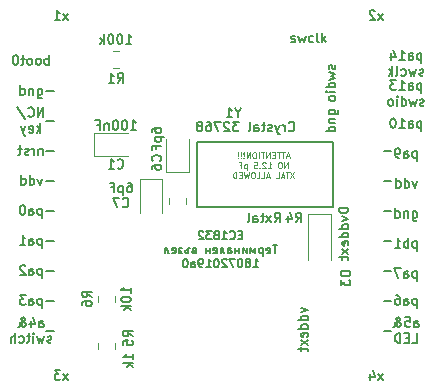
<source format=gbr>
G04 #@! TF.GenerationSoftware,KiCad,Pcbnew,(5.0.2)-1*
G04 #@! TF.CreationDate,2019-07-18T11:35:20+03:00*
G04 #@! TF.ProjectId,Breakout Board STM32L041x6 - TSSOP20,42726561-6b6f-4757-9420-426f61726420,rev?*
G04 #@! TF.SameCoordinates,Original*
G04 #@! TF.FileFunction,Legend,Bot*
G04 #@! TF.FilePolarity,Positive*
%FSLAX46Y46*%
G04 Gerber Fmt 4.6, Leading zero omitted, Abs format (unit mm)*
G04 Created by KiCad (PCBNEW (5.0.2)-1) date 18-Jul-19 11:35:20*
%MOMM*%
%LPD*%
G01*
G04 APERTURE LIST*
%ADD10C,0.150000*%
%ADD11C,0.100000*%
%ADD12C,0.130000*%
%ADD13C,0.200000*%
%ADD14C,0.120000*%
G04 APERTURE END LIST*
D10*
X138233333Y-61918809D02*
X138309523Y-61956904D01*
X138461904Y-61956904D01*
X138538095Y-61918809D01*
X138576190Y-61842619D01*
X138576190Y-61804523D01*
X138538095Y-61728333D01*
X138461904Y-61690238D01*
X138347619Y-61690238D01*
X138271428Y-61652142D01*
X138233333Y-61575952D01*
X138233333Y-61537857D01*
X138271428Y-61461666D01*
X138347619Y-61423571D01*
X138461904Y-61423571D01*
X138538095Y-61461666D01*
X138842857Y-61423571D02*
X138995238Y-61956904D01*
X139147619Y-61575952D01*
X139300000Y-61956904D01*
X139452380Y-61423571D01*
X140100000Y-61918809D02*
X140023809Y-61956904D01*
X139871428Y-61956904D01*
X139795238Y-61918809D01*
X139757142Y-61880714D01*
X139719047Y-61804523D01*
X139719047Y-61575952D01*
X139757142Y-61499761D01*
X139795238Y-61461666D01*
X139871428Y-61423571D01*
X140023809Y-61423571D01*
X140100000Y-61461666D01*
X140557142Y-61956904D02*
X140480952Y-61918809D01*
X140442857Y-61842619D01*
X140442857Y-61156904D01*
X140861904Y-61956904D02*
X140861904Y-61156904D01*
X140938095Y-61652142D02*
X141166666Y-61956904D01*
X141166666Y-61423571D02*
X140861904Y-61728333D01*
D11*
X138068571Y-71623333D02*
X137830476Y-71623333D01*
X138116190Y-71766190D02*
X137949523Y-71266190D01*
X137782857Y-71766190D01*
X137687619Y-71266190D02*
X137401904Y-71266190D01*
X137544761Y-71766190D02*
X137544761Y-71266190D01*
X137306666Y-71266190D02*
X137020952Y-71266190D01*
X137163809Y-71766190D02*
X137163809Y-71266190D01*
X136854285Y-71504285D02*
X136687619Y-71504285D01*
X136616190Y-71766190D02*
X136854285Y-71766190D01*
X136854285Y-71266190D01*
X136616190Y-71266190D01*
X136401904Y-71766190D02*
X136401904Y-71266190D01*
X136116190Y-71766190D01*
X136116190Y-71266190D01*
X135949523Y-71266190D02*
X135663809Y-71266190D01*
X135806666Y-71766190D02*
X135806666Y-71266190D01*
X135497142Y-71766190D02*
X135497142Y-71266190D01*
X135163809Y-71266190D02*
X135068571Y-71266190D01*
X135020952Y-71290000D01*
X134973333Y-71337619D01*
X134949523Y-71432857D01*
X134949523Y-71599523D01*
X134973333Y-71694761D01*
X135020952Y-71742380D01*
X135068571Y-71766190D01*
X135163809Y-71766190D01*
X135211428Y-71742380D01*
X135259047Y-71694761D01*
X135282857Y-71599523D01*
X135282857Y-71432857D01*
X135259047Y-71337619D01*
X135211428Y-71290000D01*
X135163809Y-71266190D01*
X134735238Y-71766190D02*
X134735238Y-71266190D01*
X134449523Y-71766190D01*
X134449523Y-71266190D01*
X134211428Y-71718571D02*
X134187619Y-71742380D01*
X134211428Y-71766190D01*
X134235238Y-71742380D01*
X134211428Y-71718571D01*
X134211428Y-71766190D01*
X134211428Y-71575714D02*
X134235238Y-71290000D01*
X134211428Y-71266190D01*
X134187619Y-71290000D01*
X134211428Y-71575714D01*
X134211428Y-71266190D01*
X133973333Y-71718571D02*
X133949523Y-71742380D01*
X133973333Y-71766190D01*
X133997142Y-71742380D01*
X133973333Y-71718571D01*
X133973333Y-71766190D01*
X133973333Y-71575714D02*
X133997142Y-71290000D01*
X133973333Y-71266190D01*
X133949523Y-71290000D01*
X133973333Y-71575714D01*
X133973333Y-71266190D01*
X133735238Y-71718571D02*
X133711428Y-71742380D01*
X133735238Y-71766190D01*
X133759047Y-71742380D01*
X133735238Y-71718571D01*
X133735238Y-71766190D01*
X133735238Y-71575714D02*
X133759047Y-71290000D01*
X133735238Y-71266190D01*
X133711428Y-71290000D01*
X133735238Y-71575714D01*
X133735238Y-71266190D01*
X137949523Y-72616190D02*
X137949523Y-72116190D01*
X137663809Y-72616190D01*
X137663809Y-72116190D01*
X137330476Y-72116190D02*
X137235238Y-72116190D01*
X137187619Y-72140000D01*
X137140000Y-72187619D01*
X137116190Y-72282857D01*
X137116190Y-72449523D01*
X137140000Y-72544761D01*
X137187619Y-72592380D01*
X137235238Y-72616190D01*
X137330476Y-72616190D01*
X137378095Y-72592380D01*
X137425714Y-72544761D01*
X137449523Y-72449523D01*
X137449523Y-72282857D01*
X137425714Y-72187619D01*
X137378095Y-72140000D01*
X137330476Y-72116190D01*
X136259047Y-72616190D02*
X136544761Y-72616190D01*
X136401904Y-72616190D02*
X136401904Y-72116190D01*
X136449523Y-72187619D01*
X136497142Y-72235238D01*
X136544761Y-72259047D01*
X136068571Y-72163809D02*
X136044761Y-72140000D01*
X135997142Y-72116190D01*
X135878095Y-72116190D01*
X135830476Y-72140000D01*
X135806666Y-72163809D01*
X135782857Y-72211428D01*
X135782857Y-72259047D01*
X135806666Y-72330476D01*
X136092380Y-72616190D01*
X135782857Y-72616190D01*
X135568571Y-72568571D02*
X135544761Y-72592380D01*
X135568571Y-72616190D01*
X135592380Y-72592380D01*
X135568571Y-72568571D01*
X135568571Y-72616190D01*
X135092380Y-72116190D02*
X135330476Y-72116190D01*
X135354285Y-72354285D01*
X135330476Y-72330476D01*
X135282857Y-72306666D01*
X135163809Y-72306666D01*
X135116190Y-72330476D01*
X135092380Y-72354285D01*
X135068571Y-72401904D01*
X135068571Y-72520952D01*
X135092380Y-72568571D01*
X135116190Y-72592380D01*
X135163809Y-72616190D01*
X135282857Y-72616190D01*
X135330476Y-72592380D01*
X135354285Y-72568571D01*
X134473333Y-72282857D02*
X134473333Y-72782857D01*
X134473333Y-72306666D02*
X134425714Y-72282857D01*
X134330476Y-72282857D01*
X134282857Y-72306666D01*
X134259047Y-72330476D01*
X134235238Y-72378095D01*
X134235238Y-72520952D01*
X134259047Y-72568571D01*
X134282857Y-72592380D01*
X134330476Y-72616190D01*
X134425714Y-72616190D01*
X134473333Y-72592380D01*
X133854285Y-72354285D02*
X134020952Y-72354285D01*
X134020952Y-72616190D02*
X134020952Y-72116190D01*
X133782857Y-72116190D01*
X138497142Y-72966190D02*
X138163809Y-73466190D01*
X138163809Y-72966190D02*
X138497142Y-73466190D01*
X138044761Y-72966190D02*
X137759047Y-72966190D01*
X137901904Y-73466190D02*
X137901904Y-72966190D01*
X137616190Y-73323333D02*
X137378095Y-73323333D01*
X137663809Y-73466190D02*
X137497142Y-72966190D01*
X137330476Y-73466190D01*
X136925714Y-73466190D02*
X137163809Y-73466190D01*
X137163809Y-72966190D01*
X136401904Y-73323333D02*
X136163809Y-73323333D01*
X136449523Y-73466190D02*
X136282857Y-72966190D01*
X136116190Y-73466190D01*
X135711428Y-73466190D02*
X135949523Y-73466190D01*
X135949523Y-72966190D01*
X135306666Y-73466190D02*
X135544761Y-73466190D01*
X135544761Y-72966190D01*
X135044761Y-72966190D02*
X134949523Y-72966190D01*
X134901904Y-72990000D01*
X134854285Y-73037619D01*
X134830476Y-73132857D01*
X134830476Y-73299523D01*
X134854285Y-73394761D01*
X134901904Y-73442380D01*
X134949523Y-73466190D01*
X135044761Y-73466190D01*
X135092380Y-73442380D01*
X135140000Y-73394761D01*
X135163809Y-73299523D01*
X135163809Y-73132857D01*
X135140000Y-73037619D01*
X135092380Y-72990000D01*
X135044761Y-72966190D01*
X134663809Y-72966190D02*
X134544761Y-73466190D01*
X134449523Y-73109047D01*
X134354285Y-73466190D01*
X134235238Y-72966190D01*
X134044761Y-73204285D02*
X133878095Y-73204285D01*
X133806666Y-73466190D02*
X134044761Y-73466190D01*
X134044761Y-72966190D01*
X133806666Y-72966190D01*
X133592380Y-73466190D02*
X133592380Y-72966190D01*
X133473333Y-72966190D01*
X133401904Y-72990000D01*
X133354285Y-73037619D01*
X133330476Y-73085238D01*
X133306666Y-73180476D01*
X133306666Y-73251904D01*
X133330476Y-73347142D01*
X133354285Y-73394761D01*
X133401904Y-73442380D01*
X133473333Y-73466190D01*
X133592380Y-73466190D01*
D10*
X139078571Y-84440476D02*
X139611904Y-84630952D01*
X139078571Y-84821428D01*
X139611904Y-85469047D02*
X138811904Y-85469047D01*
X139573809Y-85469047D02*
X139611904Y-85392857D01*
X139611904Y-85240476D01*
X139573809Y-85164285D01*
X139535714Y-85126190D01*
X139459523Y-85088095D01*
X139230952Y-85088095D01*
X139154761Y-85126190D01*
X139116666Y-85164285D01*
X139078571Y-85240476D01*
X139078571Y-85392857D01*
X139116666Y-85469047D01*
X139611904Y-86192857D02*
X138811904Y-86192857D01*
X139573809Y-86192857D02*
X139611904Y-86116666D01*
X139611904Y-85964285D01*
X139573809Y-85888095D01*
X139535714Y-85850000D01*
X139459523Y-85811904D01*
X139230952Y-85811904D01*
X139154761Y-85850000D01*
X139116666Y-85888095D01*
X139078571Y-85964285D01*
X139078571Y-86116666D01*
X139116666Y-86192857D01*
X139573809Y-86878571D02*
X139611904Y-86802380D01*
X139611904Y-86650000D01*
X139573809Y-86573809D01*
X139497619Y-86535714D01*
X139192857Y-86535714D01*
X139116666Y-86573809D01*
X139078571Y-86650000D01*
X139078571Y-86802380D01*
X139116666Y-86878571D01*
X139192857Y-86916666D01*
X139269047Y-86916666D01*
X139345238Y-86535714D01*
X139611904Y-87183333D02*
X139078571Y-87602380D01*
X139078571Y-87183333D02*
X139611904Y-87602380D01*
X139078571Y-87792857D02*
X139078571Y-88097619D01*
X138811904Y-87907142D02*
X139497619Y-87907142D01*
X139573809Y-87945238D01*
X139611904Y-88021428D01*
X139611904Y-88097619D01*
X141433571Y-68027619D02*
X142081190Y-68027619D01*
X142157380Y-67989523D01*
X142195476Y-67951428D01*
X142233571Y-67875238D01*
X142233571Y-67760952D01*
X142195476Y-67684761D01*
X141928809Y-68027619D02*
X141966904Y-67951428D01*
X141966904Y-67799047D01*
X141928809Y-67722857D01*
X141890714Y-67684761D01*
X141814523Y-67646666D01*
X141585952Y-67646666D01*
X141509761Y-67684761D01*
X141471666Y-67722857D01*
X141433571Y-67799047D01*
X141433571Y-67951428D01*
X141471666Y-68027619D01*
X141433571Y-68408571D02*
X141966904Y-68408571D01*
X141509761Y-68408571D02*
X141471666Y-68446666D01*
X141433571Y-68522857D01*
X141433571Y-68637142D01*
X141471666Y-68713333D01*
X141547857Y-68751428D01*
X141966904Y-68751428D01*
X141966904Y-69475238D02*
X141166904Y-69475238D01*
X141928809Y-69475238D02*
X141966904Y-69399047D01*
X141966904Y-69246666D01*
X141928809Y-69170476D01*
X141890714Y-69132380D01*
X141814523Y-69094285D01*
X141585952Y-69094285D01*
X141509761Y-69132380D01*
X141471666Y-69170476D01*
X141433571Y-69246666D01*
X141433571Y-69399047D01*
X141471666Y-69475238D01*
X141928809Y-63900238D02*
X141966904Y-63976428D01*
X141966904Y-64128809D01*
X141928809Y-64205000D01*
X141852619Y-64243095D01*
X141814523Y-64243095D01*
X141738333Y-64205000D01*
X141700238Y-64128809D01*
X141700238Y-64014523D01*
X141662142Y-63938333D01*
X141585952Y-63900238D01*
X141547857Y-63900238D01*
X141471666Y-63938333D01*
X141433571Y-64014523D01*
X141433571Y-64128809D01*
X141471666Y-64205000D01*
X141433571Y-64509761D02*
X141966904Y-64662142D01*
X141585952Y-64814523D01*
X141966904Y-64966904D01*
X141433571Y-65119285D01*
X141966904Y-65766904D02*
X141166904Y-65766904D01*
X141928809Y-65766904D02*
X141966904Y-65690714D01*
X141966904Y-65538333D01*
X141928809Y-65462142D01*
X141890714Y-65424047D01*
X141814523Y-65385952D01*
X141585952Y-65385952D01*
X141509761Y-65424047D01*
X141471666Y-65462142D01*
X141433571Y-65538333D01*
X141433571Y-65690714D01*
X141471666Y-65766904D01*
X141966904Y-66147857D02*
X141433571Y-66147857D01*
X141166904Y-66147857D02*
X141205000Y-66109761D01*
X141243095Y-66147857D01*
X141205000Y-66185952D01*
X141166904Y-66147857D01*
X141243095Y-66147857D01*
X141966904Y-66643095D02*
X141928809Y-66566904D01*
X141890714Y-66528809D01*
X141814523Y-66490714D01*
X141585952Y-66490714D01*
X141509761Y-66528809D01*
X141471666Y-66566904D01*
X141433571Y-66643095D01*
X141433571Y-66757380D01*
X141471666Y-66833571D01*
X141509761Y-66871666D01*
X141585952Y-66909761D01*
X141814523Y-66909761D01*
X141890714Y-66871666D01*
X141928809Y-66833571D01*
X141966904Y-66757380D01*
X141966904Y-66643095D01*
D12*
X134083333Y-78270000D02*
X133850000Y-78270000D01*
X133750000Y-78636666D02*
X134083333Y-78636666D01*
X134083333Y-77936666D01*
X133750000Y-77936666D01*
X133050000Y-78570000D02*
X133083333Y-78603333D01*
X133183333Y-78636666D01*
X133250000Y-78636666D01*
X133350000Y-78603333D01*
X133416666Y-78536666D01*
X133450000Y-78470000D01*
X133483333Y-78336666D01*
X133483333Y-78236666D01*
X133450000Y-78103333D01*
X133416666Y-78036666D01*
X133350000Y-77970000D01*
X133250000Y-77936666D01*
X133183333Y-77936666D01*
X133083333Y-77970000D01*
X133050000Y-78003333D01*
X132383333Y-78636666D02*
X132783333Y-78636666D01*
X132583333Y-78636666D02*
X132583333Y-77936666D01*
X132650000Y-78036666D01*
X132716666Y-78103333D01*
X132783333Y-78136666D01*
X131983333Y-78236666D02*
X132050000Y-78203333D01*
X132083333Y-78170000D01*
X132116666Y-78103333D01*
X132116666Y-78070000D01*
X132083333Y-78003333D01*
X132050000Y-77970000D01*
X131983333Y-77936666D01*
X131850000Y-77936666D01*
X131783333Y-77970000D01*
X131750000Y-78003333D01*
X131716666Y-78070000D01*
X131716666Y-78103333D01*
X131750000Y-78170000D01*
X131783333Y-78203333D01*
X131850000Y-78236666D01*
X131983333Y-78236666D01*
X132050000Y-78270000D01*
X132083333Y-78303333D01*
X132116666Y-78370000D01*
X132116666Y-78503333D01*
X132083333Y-78570000D01*
X132050000Y-78603333D01*
X131983333Y-78636666D01*
X131850000Y-78636666D01*
X131783333Y-78603333D01*
X131750000Y-78570000D01*
X131716666Y-78503333D01*
X131716666Y-78370000D01*
X131750000Y-78303333D01*
X131783333Y-78270000D01*
X131850000Y-78236666D01*
X131483333Y-77936666D02*
X131050000Y-77936666D01*
X131283333Y-78203333D01*
X131183333Y-78203333D01*
X131116666Y-78236666D01*
X131083333Y-78270000D01*
X131050000Y-78336666D01*
X131050000Y-78503333D01*
X131083333Y-78570000D01*
X131116666Y-78603333D01*
X131183333Y-78636666D01*
X131383333Y-78636666D01*
X131450000Y-78603333D01*
X131483333Y-78570000D01*
X130783333Y-78003333D02*
X130750000Y-77970000D01*
X130683333Y-77936666D01*
X130516666Y-77936666D01*
X130450000Y-77970000D01*
X130416666Y-78003333D01*
X130383333Y-78070000D01*
X130383333Y-78136666D01*
X130416666Y-78236666D01*
X130816666Y-78636666D01*
X130383333Y-78636666D01*
X137050000Y-79116666D02*
X136650000Y-79116666D01*
X136850000Y-79816666D02*
X136850000Y-79116666D01*
X136150000Y-79783333D02*
X136216666Y-79816666D01*
X136350000Y-79816666D01*
X136416666Y-79783333D01*
X136450000Y-79716666D01*
X136450000Y-79450000D01*
X136416666Y-79383333D01*
X136350000Y-79350000D01*
X136216666Y-79350000D01*
X136150000Y-79383333D01*
X136116666Y-79450000D01*
X136116666Y-79516666D01*
X136450000Y-79583333D01*
X135816666Y-79350000D02*
X135816666Y-80050000D01*
X135816666Y-79383333D02*
X135750000Y-79350000D01*
X135616666Y-79350000D01*
X135550000Y-79383333D01*
X135516666Y-79416666D01*
X135483333Y-79483333D01*
X135483333Y-79683333D01*
X135516666Y-79750000D01*
X135550000Y-79783333D01*
X135616666Y-79816666D01*
X135750000Y-79816666D01*
X135816666Y-79783333D01*
X135183333Y-79816666D02*
X135183333Y-79350000D01*
X134983333Y-79716666D01*
X134783333Y-79350000D01*
X134783333Y-79816666D01*
X134450000Y-79350000D02*
X134450000Y-79816666D01*
X134116666Y-79350000D01*
X134116666Y-79816666D01*
X133783333Y-79583333D02*
X133483333Y-79583333D01*
X133783333Y-79350000D02*
X133783333Y-79816666D01*
X133483333Y-79350000D02*
X133483333Y-79816666D01*
X132850000Y-79816666D02*
X132850000Y-79450000D01*
X132883333Y-79383333D01*
X132950000Y-79350000D01*
X133083333Y-79350000D01*
X133150000Y-79383333D01*
X132850000Y-79783333D02*
X132916666Y-79816666D01*
X133083333Y-79816666D01*
X133150000Y-79783333D01*
X133183333Y-79716666D01*
X133183333Y-79650000D01*
X133150000Y-79583333D01*
X133083333Y-79550000D01*
X132916666Y-79550000D01*
X132850000Y-79516666D01*
X132250000Y-79816666D02*
X132250000Y-79350000D01*
X132350000Y-79350000D01*
X132416666Y-79383333D01*
X132450000Y-79450000D01*
X132483333Y-79716666D01*
X132516666Y-79783333D01*
X132583333Y-79816666D01*
X131650000Y-79783333D02*
X131716666Y-79816666D01*
X131850000Y-79816666D01*
X131916666Y-79783333D01*
X131950000Y-79716666D01*
X131950000Y-79450000D01*
X131916666Y-79383333D01*
X131850000Y-79350000D01*
X131716666Y-79350000D01*
X131650000Y-79383333D01*
X131616666Y-79450000D01*
X131616666Y-79516666D01*
X131950000Y-79583333D01*
X131316666Y-79583333D02*
X131016666Y-79583333D01*
X131316666Y-79350000D02*
X131316666Y-79816666D01*
X131016666Y-79350000D02*
X131016666Y-79816666D01*
X129983333Y-79583333D02*
X129883333Y-79616666D01*
X129850000Y-79683333D01*
X129850000Y-79716666D01*
X129883333Y-79783333D01*
X129950000Y-79816666D01*
X130150000Y-79816666D01*
X130150000Y-79350000D01*
X129983333Y-79350000D01*
X129916666Y-79383333D01*
X129883333Y-79450000D01*
X129883333Y-79483333D01*
X129916666Y-79550000D01*
X129983333Y-79583333D01*
X130150000Y-79583333D01*
X129650000Y-79350000D02*
X129516666Y-79350000D01*
X129516666Y-79816666D01*
X129350000Y-79816666D01*
X129283333Y-79783333D01*
X129250000Y-79716666D01*
X129250000Y-79616666D01*
X129283333Y-79550000D01*
X129350000Y-79516666D01*
X129516666Y-79516666D01*
X128883333Y-79583333D02*
X128816666Y-79583333D01*
X129016666Y-79383333D02*
X128950000Y-79350000D01*
X128816666Y-79350000D01*
X128750000Y-79383333D01*
X128716666Y-79450000D01*
X128716666Y-79483333D01*
X128750000Y-79550000D01*
X128816666Y-79583333D01*
X128750000Y-79616666D01*
X128716666Y-79683333D01*
X128716666Y-79716666D01*
X128750000Y-79783333D01*
X128816666Y-79816666D01*
X128950000Y-79816666D01*
X129016666Y-79783333D01*
X128150000Y-79783333D02*
X128216666Y-79816666D01*
X128350000Y-79816666D01*
X128416666Y-79783333D01*
X128450000Y-79716666D01*
X128450000Y-79450000D01*
X128416666Y-79383333D01*
X128350000Y-79350000D01*
X128216666Y-79350000D01*
X128150000Y-79383333D01*
X128116666Y-79450000D01*
X128116666Y-79516666D01*
X128450000Y-79583333D01*
X127550000Y-79816666D02*
X127550000Y-79350000D01*
X127650000Y-79350000D01*
X127716666Y-79383333D01*
X127750000Y-79450000D01*
X127783333Y-79716666D01*
X127816666Y-79783333D01*
X127883333Y-79816666D01*
X135033333Y-80996666D02*
X135433333Y-80996666D01*
X135233333Y-80996666D02*
X135233333Y-80296666D01*
X135300000Y-80396666D01*
X135366666Y-80463333D01*
X135433333Y-80496666D01*
X134633333Y-80596666D02*
X134700000Y-80563333D01*
X134733333Y-80530000D01*
X134766666Y-80463333D01*
X134766666Y-80430000D01*
X134733333Y-80363333D01*
X134700000Y-80330000D01*
X134633333Y-80296666D01*
X134500000Y-80296666D01*
X134433333Y-80330000D01*
X134400000Y-80363333D01*
X134366666Y-80430000D01*
X134366666Y-80463333D01*
X134400000Y-80530000D01*
X134433333Y-80563333D01*
X134500000Y-80596666D01*
X134633333Y-80596666D01*
X134700000Y-80630000D01*
X134733333Y-80663333D01*
X134766666Y-80730000D01*
X134766666Y-80863333D01*
X134733333Y-80930000D01*
X134700000Y-80963333D01*
X134633333Y-80996666D01*
X134500000Y-80996666D01*
X134433333Y-80963333D01*
X134400000Y-80930000D01*
X134366666Y-80863333D01*
X134366666Y-80730000D01*
X134400000Y-80663333D01*
X134433333Y-80630000D01*
X134500000Y-80596666D01*
X133933333Y-80296666D02*
X133866666Y-80296666D01*
X133800000Y-80330000D01*
X133766666Y-80363333D01*
X133733333Y-80430000D01*
X133700000Y-80563333D01*
X133700000Y-80730000D01*
X133733333Y-80863333D01*
X133766666Y-80930000D01*
X133800000Y-80963333D01*
X133866666Y-80996666D01*
X133933333Y-80996666D01*
X134000000Y-80963333D01*
X134033333Y-80930000D01*
X134066666Y-80863333D01*
X134100000Y-80730000D01*
X134100000Y-80563333D01*
X134066666Y-80430000D01*
X134033333Y-80363333D01*
X134000000Y-80330000D01*
X133933333Y-80296666D01*
X133466666Y-80296666D02*
X133000000Y-80296666D01*
X133300000Y-80996666D01*
X132766666Y-80363333D02*
X132733333Y-80330000D01*
X132666666Y-80296666D01*
X132500000Y-80296666D01*
X132433333Y-80330000D01*
X132400000Y-80363333D01*
X132366666Y-80430000D01*
X132366666Y-80496666D01*
X132400000Y-80596666D01*
X132800000Y-80996666D01*
X132366666Y-80996666D01*
X131933333Y-80296666D02*
X131866666Y-80296666D01*
X131800000Y-80330000D01*
X131766666Y-80363333D01*
X131733333Y-80430000D01*
X131700000Y-80563333D01*
X131700000Y-80730000D01*
X131733333Y-80863333D01*
X131766666Y-80930000D01*
X131800000Y-80963333D01*
X131866666Y-80996666D01*
X131933333Y-80996666D01*
X132000000Y-80963333D01*
X132033333Y-80930000D01*
X132066666Y-80863333D01*
X132100000Y-80730000D01*
X132100000Y-80563333D01*
X132066666Y-80430000D01*
X132033333Y-80363333D01*
X132000000Y-80330000D01*
X131933333Y-80296666D01*
X131033333Y-80996666D02*
X131433333Y-80996666D01*
X131233333Y-80996666D02*
X131233333Y-80296666D01*
X131300000Y-80396666D01*
X131366666Y-80463333D01*
X131433333Y-80496666D01*
X130700000Y-80996666D02*
X130566666Y-80996666D01*
X130500000Y-80963333D01*
X130466666Y-80930000D01*
X130400000Y-80830000D01*
X130366666Y-80696666D01*
X130366666Y-80430000D01*
X130400000Y-80363333D01*
X130433333Y-80330000D01*
X130500000Y-80296666D01*
X130633333Y-80296666D01*
X130700000Y-80330000D01*
X130733333Y-80363333D01*
X130766666Y-80430000D01*
X130766666Y-80596666D01*
X130733333Y-80663333D01*
X130700000Y-80696666D01*
X130633333Y-80730000D01*
X130500000Y-80730000D01*
X130433333Y-80696666D01*
X130400000Y-80663333D01*
X130366666Y-80596666D01*
X129766666Y-80996666D02*
X129766666Y-80630000D01*
X129800000Y-80563333D01*
X129866666Y-80530000D01*
X130000000Y-80530000D01*
X130066666Y-80563333D01*
X129766666Y-80963333D02*
X129833333Y-80996666D01*
X130000000Y-80996666D01*
X130066666Y-80963333D01*
X130100000Y-80896666D01*
X130100000Y-80830000D01*
X130066666Y-80763333D01*
X130000000Y-80730000D01*
X129833333Y-80730000D01*
X129766666Y-80696666D01*
X129300000Y-80296666D02*
X129233333Y-80296666D01*
X129166666Y-80330000D01*
X129133333Y-80363333D01*
X129100000Y-80430000D01*
X129066666Y-80563333D01*
X129066666Y-80730000D01*
X129100000Y-80863333D01*
X129133333Y-80930000D01*
X129166666Y-80963333D01*
X129233333Y-80996666D01*
X129300000Y-80996666D01*
X129366666Y-80963333D01*
X129400000Y-80930000D01*
X129433333Y-80863333D01*
X129466666Y-80730000D01*
X129466666Y-80563333D01*
X129433333Y-80430000D01*
X129400000Y-80363333D01*
X129366666Y-80330000D01*
X129300000Y-80296666D01*
D10*
X146005476Y-90531904D02*
X145586428Y-89998571D01*
X146005476Y-89998571D02*
X145586428Y-90531904D01*
X144938809Y-89998571D02*
X144938809Y-90531904D01*
X145129285Y-89693809D02*
X145319761Y-90265238D01*
X144824523Y-90265238D01*
X119335476Y-90531904D02*
X118916428Y-89998571D01*
X119335476Y-89998571D02*
X118916428Y-90531904D01*
X118687857Y-89731904D02*
X118192619Y-89731904D01*
X118459285Y-90036666D01*
X118345000Y-90036666D01*
X118268809Y-90074761D01*
X118230714Y-90112857D01*
X118192619Y-90189047D01*
X118192619Y-90379523D01*
X118230714Y-90455714D01*
X118268809Y-90493809D01*
X118345000Y-90531904D01*
X118573571Y-90531904D01*
X118649761Y-90493809D01*
X118687857Y-90455714D01*
X146005476Y-60051904D02*
X145586428Y-59518571D01*
X146005476Y-59518571D02*
X145586428Y-60051904D01*
X145319761Y-59328095D02*
X145281666Y-59290000D01*
X145205476Y-59251904D01*
X145015000Y-59251904D01*
X144938809Y-59290000D01*
X144900714Y-59328095D01*
X144862619Y-59404285D01*
X144862619Y-59480476D01*
X144900714Y-59594761D01*
X145357857Y-60051904D01*
X144862619Y-60051904D01*
X119335476Y-60051904D02*
X118916428Y-59518571D01*
X119335476Y-59518571D02*
X118916428Y-60051904D01*
X118192619Y-60051904D02*
X118649761Y-60051904D01*
X118421190Y-60051904D02*
X118421190Y-59251904D01*
X118497380Y-59366190D01*
X118573571Y-59442380D01*
X118649761Y-59480476D01*
D13*
X118110000Y-81280000D02*
X117475000Y-81280000D01*
X118110000Y-73660000D02*
X117475000Y-73660000D01*
X118110000Y-78740000D02*
X117475000Y-78740000D01*
X118110000Y-71120000D02*
X117475000Y-71120000D01*
X118110000Y-66040000D02*
X117475000Y-66040000D01*
X118110000Y-83820000D02*
X117475000Y-83820000D01*
X118110000Y-68580000D02*
X117475000Y-68580000D01*
X118110000Y-76200000D02*
X117475000Y-76200000D01*
X118110000Y-86360000D02*
X117475000Y-86360000D01*
D10*
X117119285Y-76028571D02*
X117119285Y-76828571D01*
X117119285Y-76066666D02*
X117043095Y-76028571D01*
X116890714Y-76028571D01*
X116814523Y-76066666D01*
X116776428Y-76104761D01*
X116738333Y-76180952D01*
X116738333Y-76409523D01*
X116776428Y-76485714D01*
X116814523Y-76523809D01*
X116890714Y-76561904D01*
X117043095Y-76561904D01*
X117119285Y-76523809D01*
X116052619Y-76561904D02*
X116052619Y-76142857D01*
X116090714Y-76066666D01*
X116166904Y-76028571D01*
X116319285Y-76028571D01*
X116395476Y-76066666D01*
X116052619Y-76523809D02*
X116128809Y-76561904D01*
X116319285Y-76561904D01*
X116395476Y-76523809D01*
X116433571Y-76447619D01*
X116433571Y-76371428D01*
X116395476Y-76295238D01*
X116319285Y-76257142D01*
X116128809Y-76257142D01*
X116052619Y-76219047D01*
X115519285Y-75761904D02*
X115443095Y-75761904D01*
X115366904Y-75800000D01*
X115328809Y-75838095D01*
X115290714Y-75914285D01*
X115252619Y-76066666D01*
X115252619Y-76257142D01*
X115290714Y-76409523D01*
X115328809Y-76485714D01*
X115366904Y-76523809D01*
X115443095Y-76561904D01*
X115519285Y-76561904D01*
X115595476Y-76523809D01*
X115633571Y-76485714D01*
X115671666Y-76409523D01*
X115709761Y-76257142D01*
X115709761Y-76066666D01*
X115671666Y-75914285D01*
X115633571Y-75838095D01*
X115595476Y-75800000D01*
X115519285Y-75761904D01*
X117119285Y-81108571D02*
X117119285Y-81908571D01*
X117119285Y-81146666D02*
X117043095Y-81108571D01*
X116890714Y-81108571D01*
X116814523Y-81146666D01*
X116776428Y-81184761D01*
X116738333Y-81260952D01*
X116738333Y-81489523D01*
X116776428Y-81565714D01*
X116814523Y-81603809D01*
X116890714Y-81641904D01*
X117043095Y-81641904D01*
X117119285Y-81603809D01*
X116052619Y-81641904D02*
X116052619Y-81222857D01*
X116090714Y-81146666D01*
X116166904Y-81108571D01*
X116319285Y-81108571D01*
X116395476Y-81146666D01*
X116052619Y-81603809D02*
X116128809Y-81641904D01*
X116319285Y-81641904D01*
X116395476Y-81603809D01*
X116433571Y-81527619D01*
X116433571Y-81451428D01*
X116395476Y-81375238D01*
X116319285Y-81337142D01*
X116128809Y-81337142D01*
X116052619Y-81299047D01*
X115709761Y-80918095D02*
X115671666Y-80880000D01*
X115595476Y-80841904D01*
X115405000Y-80841904D01*
X115328809Y-80880000D01*
X115290714Y-80918095D01*
X115252619Y-80994285D01*
X115252619Y-81070476D01*
X115290714Y-81184761D01*
X115747857Y-81641904D01*
X115252619Y-81641904D01*
X117119285Y-78568571D02*
X117119285Y-79368571D01*
X117119285Y-78606666D02*
X117043095Y-78568571D01*
X116890714Y-78568571D01*
X116814523Y-78606666D01*
X116776428Y-78644761D01*
X116738333Y-78720952D01*
X116738333Y-78949523D01*
X116776428Y-79025714D01*
X116814523Y-79063809D01*
X116890714Y-79101904D01*
X117043095Y-79101904D01*
X117119285Y-79063809D01*
X116052619Y-79101904D02*
X116052619Y-78682857D01*
X116090714Y-78606666D01*
X116166904Y-78568571D01*
X116319285Y-78568571D01*
X116395476Y-78606666D01*
X116052619Y-79063809D02*
X116128809Y-79101904D01*
X116319285Y-79101904D01*
X116395476Y-79063809D01*
X116433571Y-78987619D01*
X116433571Y-78911428D01*
X116395476Y-78835238D01*
X116319285Y-78797142D01*
X116128809Y-78797142D01*
X116052619Y-78759047D01*
X115252619Y-79101904D02*
X115709761Y-79101904D01*
X115481190Y-79101904D02*
X115481190Y-78301904D01*
X115557380Y-78416190D01*
X115633571Y-78492380D01*
X115709761Y-78530476D01*
X117119285Y-73488571D02*
X116928809Y-74021904D01*
X116738333Y-73488571D01*
X116090714Y-74021904D02*
X116090714Y-73221904D01*
X116090714Y-73983809D02*
X116166904Y-74021904D01*
X116319285Y-74021904D01*
X116395476Y-73983809D01*
X116433571Y-73945714D01*
X116471666Y-73869523D01*
X116471666Y-73640952D01*
X116433571Y-73564761D01*
X116395476Y-73526666D01*
X116319285Y-73488571D01*
X116166904Y-73488571D01*
X116090714Y-73526666D01*
X115366904Y-74021904D02*
X115366904Y-73221904D01*
X115366904Y-73983809D02*
X115443095Y-74021904D01*
X115595476Y-74021904D01*
X115671666Y-73983809D01*
X115709761Y-73945714D01*
X115747857Y-73869523D01*
X115747857Y-73640952D01*
X115709761Y-73564761D01*
X115671666Y-73526666D01*
X115595476Y-73488571D01*
X115443095Y-73488571D01*
X115366904Y-73526666D01*
X117709761Y-63861904D02*
X117709761Y-63061904D01*
X117709761Y-63366666D02*
X117633571Y-63328571D01*
X117481190Y-63328571D01*
X117405000Y-63366666D01*
X117366904Y-63404761D01*
X117328809Y-63480952D01*
X117328809Y-63709523D01*
X117366904Y-63785714D01*
X117405000Y-63823809D01*
X117481190Y-63861904D01*
X117633571Y-63861904D01*
X117709761Y-63823809D01*
X116871666Y-63861904D02*
X116947857Y-63823809D01*
X116985952Y-63785714D01*
X117024047Y-63709523D01*
X117024047Y-63480952D01*
X116985952Y-63404761D01*
X116947857Y-63366666D01*
X116871666Y-63328571D01*
X116757380Y-63328571D01*
X116681190Y-63366666D01*
X116643095Y-63404761D01*
X116605000Y-63480952D01*
X116605000Y-63709523D01*
X116643095Y-63785714D01*
X116681190Y-63823809D01*
X116757380Y-63861904D01*
X116871666Y-63861904D01*
X116147857Y-63861904D02*
X116224047Y-63823809D01*
X116262142Y-63785714D01*
X116300238Y-63709523D01*
X116300238Y-63480952D01*
X116262142Y-63404761D01*
X116224047Y-63366666D01*
X116147857Y-63328571D01*
X116033571Y-63328571D01*
X115957380Y-63366666D01*
X115919285Y-63404761D01*
X115881190Y-63480952D01*
X115881190Y-63709523D01*
X115919285Y-63785714D01*
X115957380Y-63823809D01*
X116033571Y-63861904D01*
X116147857Y-63861904D01*
X115652619Y-63328571D02*
X115347857Y-63328571D01*
X115538333Y-63061904D02*
X115538333Y-63747619D01*
X115500238Y-63823809D01*
X115424047Y-63861904D01*
X115347857Y-63861904D01*
X114928809Y-63061904D02*
X114852619Y-63061904D01*
X114776428Y-63100000D01*
X114738333Y-63138095D01*
X114700238Y-63214285D01*
X114662142Y-63366666D01*
X114662142Y-63557142D01*
X114700238Y-63709523D01*
X114738333Y-63785714D01*
X114776428Y-63823809D01*
X114852619Y-63861904D01*
X114928809Y-63861904D01*
X115005000Y-63823809D01*
X115043095Y-63785714D01*
X115081190Y-63709523D01*
X115119285Y-63557142D01*
X115119285Y-63366666D01*
X115081190Y-63214285D01*
X115043095Y-63138095D01*
X115005000Y-63100000D01*
X114928809Y-63061904D01*
X116909761Y-86046904D02*
X116909761Y-85627857D01*
X116947857Y-85551666D01*
X117024047Y-85513571D01*
X117176428Y-85513571D01*
X117252619Y-85551666D01*
X116909761Y-86008809D02*
X116985952Y-86046904D01*
X117176428Y-86046904D01*
X117252619Y-86008809D01*
X117290714Y-85932619D01*
X117290714Y-85856428D01*
X117252619Y-85780238D01*
X117176428Y-85742142D01*
X116985952Y-85742142D01*
X116909761Y-85704047D01*
X116185952Y-85513571D02*
X116185952Y-86046904D01*
X116376428Y-85208809D02*
X116566904Y-85780238D01*
X116071666Y-85780238D01*
X115119285Y-86046904D02*
X115157380Y-86046904D01*
X115233571Y-86008809D01*
X115347857Y-85894523D01*
X115538333Y-85665952D01*
X115614523Y-85551666D01*
X115652619Y-85437380D01*
X115652619Y-85361190D01*
X115614523Y-85285000D01*
X115538333Y-85246904D01*
X115500238Y-85246904D01*
X115424047Y-85285000D01*
X115385952Y-85361190D01*
X115385952Y-85399285D01*
X115424047Y-85475476D01*
X115462142Y-85513571D01*
X115690714Y-85665952D01*
X115728809Y-85704047D01*
X115766904Y-85780238D01*
X115766904Y-85894523D01*
X115728809Y-85970714D01*
X115690714Y-86008809D01*
X115614523Y-86046904D01*
X115500238Y-86046904D01*
X115424047Y-86008809D01*
X115385952Y-85970714D01*
X115271666Y-85818333D01*
X115233571Y-85704047D01*
X115233571Y-85627857D01*
X117919285Y-87358809D02*
X117843095Y-87396904D01*
X117690714Y-87396904D01*
X117614523Y-87358809D01*
X117576428Y-87282619D01*
X117576428Y-87244523D01*
X117614523Y-87168333D01*
X117690714Y-87130238D01*
X117805000Y-87130238D01*
X117881190Y-87092142D01*
X117919285Y-87015952D01*
X117919285Y-86977857D01*
X117881190Y-86901666D01*
X117805000Y-86863571D01*
X117690714Y-86863571D01*
X117614523Y-86901666D01*
X117309761Y-86863571D02*
X117157380Y-87396904D01*
X117005000Y-87015952D01*
X116852619Y-87396904D01*
X116700238Y-86863571D01*
X116395476Y-87396904D02*
X116395476Y-86863571D01*
X116395476Y-86596904D02*
X116433571Y-86635000D01*
X116395476Y-86673095D01*
X116357380Y-86635000D01*
X116395476Y-86596904D01*
X116395476Y-86673095D01*
X116128809Y-86863571D02*
X115824047Y-86863571D01*
X116014523Y-86596904D02*
X116014523Y-87282619D01*
X115976428Y-87358809D01*
X115900238Y-87396904D01*
X115824047Y-87396904D01*
X115214523Y-87358809D02*
X115290714Y-87396904D01*
X115443095Y-87396904D01*
X115519285Y-87358809D01*
X115557380Y-87320714D01*
X115595476Y-87244523D01*
X115595476Y-87015952D01*
X115557380Y-86939761D01*
X115519285Y-86901666D01*
X115443095Y-86863571D01*
X115290714Y-86863571D01*
X115214523Y-86901666D01*
X114871666Y-87396904D02*
X114871666Y-86596904D01*
X114528809Y-87396904D02*
X114528809Y-86977857D01*
X114566904Y-86901666D01*
X114643095Y-86863571D01*
X114757380Y-86863571D01*
X114833571Y-86901666D01*
X114871666Y-86939761D01*
X117252619Y-68266904D02*
X117252619Y-67466904D01*
X116795476Y-68266904D01*
X116795476Y-67466904D01*
X115957380Y-68190714D02*
X115995476Y-68228809D01*
X116109761Y-68266904D01*
X116185952Y-68266904D01*
X116300238Y-68228809D01*
X116376428Y-68152619D01*
X116414523Y-68076428D01*
X116452619Y-67924047D01*
X116452619Y-67809761D01*
X116414523Y-67657380D01*
X116376428Y-67581190D01*
X116300238Y-67505000D01*
X116185952Y-67466904D01*
X116109761Y-67466904D01*
X115995476Y-67505000D01*
X115957380Y-67543095D01*
X115043095Y-67428809D02*
X115728809Y-68457380D01*
X116985952Y-69616904D02*
X116985952Y-68816904D01*
X116909761Y-69312142D02*
X116681190Y-69616904D01*
X116681190Y-69083571D02*
X116985952Y-69388333D01*
X116033571Y-69578809D02*
X116109761Y-69616904D01*
X116262142Y-69616904D01*
X116338333Y-69578809D01*
X116376428Y-69502619D01*
X116376428Y-69197857D01*
X116338333Y-69121666D01*
X116262142Y-69083571D01*
X116109761Y-69083571D01*
X116033571Y-69121666D01*
X115995476Y-69197857D01*
X115995476Y-69274047D01*
X116376428Y-69350238D01*
X115728809Y-69083571D02*
X115538333Y-69616904D01*
X115347857Y-69083571D02*
X115538333Y-69616904D01*
X115614523Y-69807380D01*
X115652619Y-69845476D01*
X115728809Y-69883571D01*
X117119285Y-83648571D02*
X117119285Y-84448571D01*
X117119285Y-83686666D02*
X117043095Y-83648571D01*
X116890714Y-83648571D01*
X116814523Y-83686666D01*
X116776428Y-83724761D01*
X116738333Y-83800952D01*
X116738333Y-84029523D01*
X116776428Y-84105714D01*
X116814523Y-84143809D01*
X116890714Y-84181904D01*
X117043095Y-84181904D01*
X117119285Y-84143809D01*
X116052619Y-84181904D02*
X116052619Y-83762857D01*
X116090714Y-83686666D01*
X116166904Y-83648571D01*
X116319285Y-83648571D01*
X116395476Y-83686666D01*
X116052619Y-84143809D02*
X116128809Y-84181904D01*
X116319285Y-84181904D01*
X116395476Y-84143809D01*
X116433571Y-84067619D01*
X116433571Y-83991428D01*
X116395476Y-83915238D01*
X116319285Y-83877142D01*
X116128809Y-83877142D01*
X116052619Y-83839047D01*
X115747857Y-83381904D02*
X115252619Y-83381904D01*
X115519285Y-83686666D01*
X115405000Y-83686666D01*
X115328809Y-83724761D01*
X115290714Y-83762857D01*
X115252619Y-83839047D01*
X115252619Y-84029523D01*
X115290714Y-84105714D01*
X115328809Y-84143809D01*
X115405000Y-84181904D01*
X115633571Y-84181904D01*
X115709761Y-84143809D01*
X115747857Y-84105714D01*
X117176428Y-70948571D02*
X117176428Y-71481904D01*
X117176428Y-71024761D02*
X117138333Y-70986666D01*
X117062142Y-70948571D01*
X116947857Y-70948571D01*
X116871666Y-70986666D01*
X116833571Y-71062857D01*
X116833571Y-71481904D01*
X116452619Y-71481904D02*
X116452619Y-70948571D01*
X116452619Y-71100952D02*
X116414523Y-71024761D01*
X116376428Y-70986666D01*
X116300238Y-70948571D01*
X116224047Y-70948571D01*
X115995476Y-71443809D02*
X115919285Y-71481904D01*
X115766904Y-71481904D01*
X115690714Y-71443809D01*
X115652619Y-71367619D01*
X115652619Y-71329523D01*
X115690714Y-71253333D01*
X115766904Y-71215238D01*
X115881190Y-71215238D01*
X115957380Y-71177142D01*
X115995476Y-71100952D01*
X115995476Y-71062857D01*
X115957380Y-70986666D01*
X115881190Y-70948571D01*
X115766904Y-70948571D01*
X115690714Y-70986666D01*
X115424047Y-70948571D02*
X115119285Y-70948571D01*
X115309761Y-70681904D02*
X115309761Y-71367619D01*
X115271666Y-71443809D01*
X115195476Y-71481904D01*
X115119285Y-71481904D01*
X116757380Y-65868571D02*
X116757380Y-66516190D01*
X116795476Y-66592380D01*
X116833571Y-66630476D01*
X116909761Y-66668571D01*
X117024047Y-66668571D01*
X117100238Y-66630476D01*
X116757380Y-66363809D02*
X116833571Y-66401904D01*
X116985952Y-66401904D01*
X117062142Y-66363809D01*
X117100238Y-66325714D01*
X117138333Y-66249523D01*
X117138333Y-66020952D01*
X117100238Y-65944761D01*
X117062142Y-65906666D01*
X116985952Y-65868571D01*
X116833571Y-65868571D01*
X116757380Y-65906666D01*
X116376428Y-65868571D02*
X116376428Y-66401904D01*
X116376428Y-65944761D02*
X116338333Y-65906666D01*
X116262142Y-65868571D01*
X116147857Y-65868571D01*
X116071666Y-65906666D01*
X116033571Y-65982857D01*
X116033571Y-66401904D01*
X115309761Y-66401904D02*
X115309761Y-65601904D01*
X115309761Y-66363809D02*
X115385952Y-66401904D01*
X115538333Y-66401904D01*
X115614523Y-66363809D01*
X115652619Y-66325714D01*
X115690714Y-66249523D01*
X115690714Y-66020952D01*
X115652619Y-65944761D01*
X115614523Y-65906666D01*
X115538333Y-65868571D01*
X115385952Y-65868571D01*
X115309761Y-65906666D01*
D13*
X146685000Y-71120000D02*
X146050000Y-71120000D01*
X146050000Y-73660000D02*
X146685000Y-73660000D01*
X146050000Y-76200000D02*
X146685000Y-76200000D01*
X146685000Y-78740000D02*
X146050000Y-78740000D01*
X146050000Y-81280000D02*
X146685000Y-81280000D01*
X146050000Y-83820000D02*
X146685000Y-83820000D01*
X146685000Y-86360000D02*
X146050000Y-86360000D01*
D10*
X148869285Y-71194165D02*
X148869285Y-71994165D01*
X148869285Y-71232260D02*
X148793095Y-71194165D01*
X148640714Y-71194165D01*
X148564523Y-71232260D01*
X148526428Y-71270355D01*
X148488333Y-71346546D01*
X148488333Y-71575117D01*
X148526428Y-71651308D01*
X148564523Y-71689403D01*
X148640714Y-71727498D01*
X148793095Y-71727498D01*
X148869285Y-71689403D01*
X147802619Y-71727498D02*
X147802619Y-71308451D01*
X147840714Y-71232260D01*
X147916904Y-71194165D01*
X148069285Y-71194165D01*
X148145476Y-71232260D01*
X147802619Y-71689403D02*
X147878809Y-71727498D01*
X148069285Y-71727498D01*
X148145476Y-71689403D01*
X148183571Y-71613213D01*
X148183571Y-71537022D01*
X148145476Y-71460832D01*
X148069285Y-71422736D01*
X147878809Y-71422736D01*
X147802619Y-71384641D01*
X147383571Y-71727498D02*
X147231190Y-71727498D01*
X147155000Y-71689403D01*
X147116904Y-71651308D01*
X147040714Y-71537022D01*
X147002619Y-71384641D01*
X147002619Y-71079879D01*
X147040714Y-71003689D01*
X147078809Y-70965594D01*
X147155000Y-70927498D01*
X147307380Y-70927498D01*
X147383571Y-70965594D01*
X147421666Y-71003689D01*
X147459761Y-71079879D01*
X147459761Y-71270355D01*
X147421666Y-71346546D01*
X147383571Y-71384641D01*
X147307380Y-71422736D01*
X147155000Y-71422736D01*
X147078809Y-71384641D01*
X147040714Y-71346546D01*
X147002619Y-71270355D01*
X148659761Y-86046904D02*
X148659761Y-85627857D01*
X148697857Y-85551666D01*
X148774047Y-85513571D01*
X148926428Y-85513571D01*
X149002619Y-85551666D01*
X148659761Y-86008809D02*
X148735952Y-86046904D01*
X148926428Y-86046904D01*
X149002619Y-86008809D01*
X149040714Y-85932619D01*
X149040714Y-85856428D01*
X149002619Y-85780238D01*
X148926428Y-85742142D01*
X148735952Y-85742142D01*
X148659761Y-85704047D01*
X147897857Y-85246904D02*
X148278809Y-85246904D01*
X148316904Y-85627857D01*
X148278809Y-85589761D01*
X148202619Y-85551666D01*
X148012142Y-85551666D01*
X147935952Y-85589761D01*
X147897857Y-85627857D01*
X147859761Y-85704047D01*
X147859761Y-85894523D01*
X147897857Y-85970714D01*
X147935952Y-86008809D01*
X148012142Y-86046904D01*
X148202619Y-86046904D01*
X148278809Y-86008809D01*
X148316904Y-85970714D01*
X146869285Y-86046904D02*
X146907380Y-86046904D01*
X146983571Y-86008809D01*
X147097857Y-85894523D01*
X147288333Y-85665952D01*
X147364523Y-85551666D01*
X147402619Y-85437380D01*
X147402619Y-85361190D01*
X147364523Y-85285000D01*
X147288333Y-85246904D01*
X147250238Y-85246904D01*
X147174047Y-85285000D01*
X147135952Y-85361190D01*
X147135952Y-85399285D01*
X147174047Y-85475476D01*
X147212142Y-85513571D01*
X147440714Y-85665952D01*
X147478809Y-85704047D01*
X147516904Y-85780238D01*
X147516904Y-85894523D01*
X147478809Y-85970714D01*
X147440714Y-86008809D01*
X147364523Y-86046904D01*
X147250238Y-86046904D01*
X147174047Y-86008809D01*
X147135952Y-85970714D01*
X147021666Y-85818333D01*
X146983571Y-85704047D01*
X146983571Y-85627857D01*
X148469285Y-87396904D02*
X148850238Y-87396904D01*
X148850238Y-86596904D01*
X148202619Y-86977857D02*
X147935952Y-86977857D01*
X147821666Y-87396904D02*
X148202619Y-87396904D01*
X148202619Y-86596904D01*
X147821666Y-86596904D01*
X147478809Y-87396904D02*
X147478809Y-86596904D01*
X147288333Y-86596904D01*
X147174047Y-86635000D01*
X147097857Y-86711190D01*
X147059761Y-86787380D01*
X147021666Y-86939761D01*
X147021666Y-87054047D01*
X147059761Y-87206428D01*
X147097857Y-87282619D01*
X147174047Y-87358809D01*
X147288333Y-87396904D01*
X147478809Y-87396904D01*
X148869285Y-83648571D02*
X148869285Y-84448571D01*
X148869285Y-83686666D02*
X148793095Y-83648571D01*
X148640714Y-83648571D01*
X148564523Y-83686666D01*
X148526428Y-83724761D01*
X148488333Y-83800952D01*
X148488333Y-84029523D01*
X148526428Y-84105714D01*
X148564523Y-84143809D01*
X148640714Y-84181904D01*
X148793095Y-84181904D01*
X148869285Y-84143809D01*
X147802619Y-84181904D02*
X147802619Y-83762857D01*
X147840714Y-83686666D01*
X147916904Y-83648571D01*
X148069285Y-83648571D01*
X148145476Y-83686666D01*
X147802619Y-84143809D02*
X147878809Y-84181904D01*
X148069285Y-84181904D01*
X148145476Y-84143809D01*
X148183571Y-84067619D01*
X148183571Y-83991428D01*
X148145476Y-83915238D01*
X148069285Y-83877142D01*
X147878809Y-83877142D01*
X147802619Y-83839047D01*
X147078809Y-83381904D02*
X147231190Y-83381904D01*
X147307380Y-83420000D01*
X147345476Y-83458095D01*
X147421666Y-83572380D01*
X147459761Y-83724761D01*
X147459761Y-84029523D01*
X147421666Y-84105714D01*
X147383571Y-84143809D01*
X147307380Y-84181904D01*
X147155000Y-84181904D01*
X147078809Y-84143809D01*
X147040714Y-84105714D01*
X147002619Y-84029523D01*
X147002619Y-83839047D01*
X147040714Y-83762857D01*
X147078809Y-83724761D01*
X147155000Y-83686666D01*
X147307380Y-83686666D01*
X147383571Y-83724761D01*
X147421666Y-83762857D01*
X147459761Y-83839047D01*
X149250238Y-62899165D02*
X149250238Y-63699165D01*
X149250238Y-62937260D02*
X149174047Y-62899165D01*
X149021666Y-62899165D01*
X148945476Y-62937260D01*
X148907380Y-62975355D01*
X148869285Y-63051546D01*
X148869285Y-63280117D01*
X148907380Y-63356308D01*
X148945476Y-63394403D01*
X149021666Y-63432498D01*
X149174047Y-63432498D01*
X149250238Y-63394403D01*
X148183571Y-63432498D02*
X148183571Y-63013451D01*
X148221666Y-62937260D01*
X148297857Y-62899165D01*
X148450238Y-62899165D01*
X148526428Y-62937260D01*
X148183571Y-63394403D02*
X148259761Y-63432498D01*
X148450238Y-63432498D01*
X148526428Y-63394403D01*
X148564523Y-63318213D01*
X148564523Y-63242022D01*
X148526428Y-63165832D01*
X148450238Y-63127736D01*
X148259761Y-63127736D01*
X148183571Y-63089641D01*
X147383571Y-63432498D02*
X147840714Y-63432498D01*
X147612142Y-63432498D02*
X147612142Y-62632498D01*
X147688333Y-62746784D01*
X147764523Y-62822974D01*
X147840714Y-62861070D01*
X146697857Y-62899165D02*
X146697857Y-63432498D01*
X146888333Y-62594403D02*
X147078809Y-63165832D01*
X146583571Y-63165832D01*
X149421666Y-64744403D02*
X149345476Y-64782498D01*
X149193095Y-64782498D01*
X149116904Y-64744403D01*
X149078809Y-64668213D01*
X149078809Y-64630117D01*
X149116904Y-64553927D01*
X149193095Y-64515832D01*
X149307380Y-64515832D01*
X149383571Y-64477736D01*
X149421666Y-64401546D01*
X149421666Y-64363451D01*
X149383571Y-64287260D01*
X149307380Y-64249165D01*
X149193095Y-64249165D01*
X149116904Y-64287260D01*
X148812142Y-64249165D02*
X148659761Y-64782498D01*
X148507380Y-64401546D01*
X148355000Y-64782498D01*
X148202619Y-64249165D01*
X147555000Y-64744403D02*
X147631190Y-64782498D01*
X147783571Y-64782498D01*
X147859761Y-64744403D01*
X147897857Y-64706308D01*
X147935952Y-64630117D01*
X147935952Y-64401546D01*
X147897857Y-64325355D01*
X147859761Y-64287260D01*
X147783571Y-64249165D01*
X147631190Y-64249165D01*
X147555000Y-64287260D01*
X147097857Y-64782498D02*
X147174047Y-64744403D01*
X147212142Y-64668213D01*
X147212142Y-63982498D01*
X146793095Y-64782498D02*
X146793095Y-63982498D01*
X146716904Y-64477736D02*
X146488333Y-64782498D01*
X146488333Y-64249165D02*
X146793095Y-64553927D01*
X148869285Y-73734165D02*
X148678809Y-74267498D01*
X148488333Y-73734165D01*
X147840714Y-74267498D02*
X147840714Y-73467498D01*
X147840714Y-74229403D02*
X147916904Y-74267498D01*
X148069285Y-74267498D01*
X148145476Y-74229403D01*
X148183571Y-74191308D01*
X148221666Y-74115117D01*
X148221666Y-73886546D01*
X148183571Y-73810355D01*
X148145476Y-73772260D01*
X148069285Y-73734165D01*
X147916904Y-73734165D01*
X147840714Y-73772260D01*
X147116904Y-74267498D02*
X147116904Y-73467498D01*
X147116904Y-74229403D02*
X147193095Y-74267498D01*
X147345476Y-74267498D01*
X147421666Y-74229403D01*
X147459761Y-74191308D01*
X147497857Y-74115117D01*
X147497857Y-73886546D01*
X147459761Y-73810355D01*
X147421666Y-73772260D01*
X147345476Y-73734165D01*
X147193095Y-73734165D01*
X147116904Y-73772260D01*
X148869285Y-78814165D02*
X148869285Y-79614165D01*
X148869285Y-78852260D02*
X148793095Y-78814165D01*
X148640714Y-78814165D01*
X148564523Y-78852260D01*
X148526428Y-78890355D01*
X148488333Y-78966546D01*
X148488333Y-79195117D01*
X148526428Y-79271308D01*
X148564523Y-79309403D01*
X148640714Y-79347498D01*
X148793095Y-79347498D01*
X148869285Y-79309403D01*
X148145476Y-79347498D02*
X148145476Y-78547498D01*
X148145476Y-78852260D02*
X148069285Y-78814165D01*
X147916904Y-78814165D01*
X147840714Y-78852260D01*
X147802619Y-78890355D01*
X147764523Y-78966546D01*
X147764523Y-79195117D01*
X147802619Y-79271308D01*
X147840714Y-79309403D01*
X147916904Y-79347498D01*
X148069285Y-79347498D01*
X148145476Y-79309403D01*
X147002619Y-79347498D02*
X147459761Y-79347498D01*
X147231190Y-79347498D02*
X147231190Y-78547498D01*
X147307380Y-78661784D01*
X147383571Y-78737974D01*
X147459761Y-78776070D01*
X148869285Y-81354165D02*
X148869285Y-82154165D01*
X148869285Y-81392260D02*
X148793095Y-81354165D01*
X148640714Y-81354165D01*
X148564523Y-81392260D01*
X148526428Y-81430355D01*
X148488333Y-81506546D01*
X148488333Y-81735117D01*
X148526428Y-81811308D01*
X148564523Y-81849403D01*
X148640714Y-81887498D01*
X148793095Y-81887498D01*
X148869285Y-81849403D01*
X147802619Y-81887498D02*
X147802619Y-81468451D01*
X147840714Y-81392260D01*
X147916904Y-81354165D01*
X148069285Y-81354165D01*
X148145476Y-81392260D01*
X147802619Y-81849403D02*
X147878809Y-81887498D01*
X148069285Y-81887498D01*
X148145476Y-81849403D01*
X148183571Y-81773213D01*
X148183571Y-81697022D01*
X148145476Y-81620832D01*
X148069285Y-81582736D01*
X147878809Y-81582736D01*
X147802619Y-81544641D01*
X147497857Y-81087498D02*
X146964523Y-81087498D01*
X147307380Y-81887498D01*
X149250238Y-68654165D02*
X149250238Y-69454165D01*
X149250238Y-68692260D02*
X149174047Y-68654165D01*
X149021666Y-68654165D01*
X148945476Y-68692260D01*
X148907380Y-68730355D01*
X148869285Y-68806546D01*
X148869285Y-69035117D01*
X148907380Y-69111308D01*
X148945476Y-69149403D01*
X149021666Y-69187498D01*
X149174047Y-69187498D01*
X149250238Y-69149403D01*
X148183571Y-69187498D02*
X148183571Y-68768451D01*
X148221666Y-68692260D01*
X148297857Y-68654165D01*
X148450238Y-68654165D01*
X148526428Y-68692260D01*
X148183571Y-69149403D02*
X148259761Y-69187498D01*
X148450238Y-69187498D01*
X148526428Y-69149403D01*
X148564523Y-69073213D01*
X148564523Y-68997022D01*
X148526428Y-68920832D01*
X148450238Y-68882736D01*
X148259761Y-68882736D01*
X148183571Y-68844641D01*
X147383571Y-69187498D02*
X147840714Y-69187498D01*
X147612142Y-69187498D02*
X147612142Y-68387498D01*
X147688333Y-68501784D01*
X147764523Y-68577974D01*
X147840714Y-68616070D01*
X146888333Y-68387498D02*
X146812142Y-68387498D01*
X146735952Y-68425594D01*
X146697857Y-68463689D01*
X146659761Y-68539879D01*
X146621666Y-68692260D01*
X146621666Y-68882736D01*
X146659761Y-69035117D01*
X146697857Y-69111308D01*
X146735952Y-69149403D01*
X146812142Y-69187498D01*
X146888333Y-69187498D01*
X146964523Y-69149403D01*
X147002619Y-69111308D01*
X147040714Y-69035117D01*
X147078809Y-68882736D01*
X147078809Y-68692260D01*
X147040714Y-68539879D01*
X147002619Y-68463689D01*
X146964523Y-68425594D01*
X146888333Y-68387498D01*
X149250238Y-65439165D02*
X149250238Y-66239165D01*
X149250238Y-65477260D02*
X149174047Y-65439165D01*
X149021666Y-65439165D01*
X148945476Y-65477260D01*
X148907380Y-65515355D01*
X148869285Y-65591546D01*
X148869285Y-65820117D01*
X148907380Y-65896308D01*
X148945476Y-65934403D01*
X149021666Y-65972498D01*
X149174047Y-65972498D01*
X149250238Y-65934403D01*
X148183571Y-65972498D02*
X148183571Y-65553451D01*
X148221666Y-65477260D01*
X148297857Y-65439165D01*
X148450238Y-65439165D01*
X148526428Y-65477260D01*
X148183571Y-65934403D02*
X148259761Y-65972498D01*
X148450238Y-65972498D01*
X148526428Y-65934403D01*
X148564523Y-65858213D01*
X148564523Y-65782022D01*
X148526428Y-65705832D01*
X148450238Y-65667736D01*
X148259761Y-65667736D01*
X148183571Y-65629641D01*
X147383571Y-65972498D02*
X147840714Y-65972498D01*
X147612142Y-65972498D02*
X147612142Y-65172498D01*
X147688333Y-65286784D01*
X147764523Y-65362974D01*
X147840714Y-65401070D01*
X147116904Y-65172498D02*
X146621666Y-65172498D01*
X146888333Y-65477260D01*
X146774047Y-65477260D01*
X146697857Y-65515355D01*
X146659761Y-65553451D01*
X146621666Y-65629641D01*
X146621666Y-65820117D01*
X146659761Y-65896308D01*
X146697857Y-65934403D01*
X146774047Y-65972498D01*
X147002619Y-65972498D01*
X147078809Y-65934403D01*
X147116904Y-65896308D01*
X149459761Y-67284403D02*
X149383571Y-67322498D01*
X149231190Y-67322498D01*
X149155000Y-67284403D01*
X149116904Y-67208213D01*
X149116904Y-67170117D01*
X149155000Y-67093927D01*
X149231190Y-67055832D01*
X149345476Y-67055832D01*
X149421666Y-67017736D01*
X149459761Y-66941546D01*
X149459761Y-66903451D01*
X149421666Y-66827260D01*
X149345476Y-66789165D01*
X149231190Y-66789165D01*
X149155000Y-66827260D01*
X148850238Y-66789165D02*
X148697857Y-67322498D01*
X148545476Y-66941546D01*
X148393095Y-67322498D01*
X148240714Y-66789165D01*
X147593095Y-67322498D02*
X147593095Y-66522498D01*
X147593095Y-67284403D02*
X147669285Y-67322498D01*
X147821666Y-67322498D01*
X147897857Y-67284403D01*
X147935952Y-67246308D01*
X147974047Y-67170117D01*
X147974047Y-66941546D01*
X147935952Y-66865355D01*
X147897857Y-66827260D01*
X147821666Y-66789165D01*
X147669285Y-66789165D01*
X147593095Y-66827260D01*
X147212142Y-67322498D02*
X147212142Y-66789165D01*
X147212142Y-66522498D02*
X147250238Y-66560594D01*
X147212142Y-66598689D01*
X147174047Y-66560594D01*
X147212142Y-66522498D01*
X147212142Y-66598689D01*
X146716904Y-67322498D02*
X146793095Y-67284403D01*
X146831190Y-67246308D01*
X146869285Y-67170117D01*
X146869285Y-66941546D01*
X146831190Y-66865355D01*
X146793095Y-66827260D01*
X146716904Y-66789165D01*
X146602619Y-66789165D01*
X146526428Y-66827260D01*
X146488333Y-66865355D01*
X146450238Y-66941546D01*
X146450238Y-67170117D01*
X146488333Y-67246308D01*
X146526428Y-67284403D01*
X146602619Y-67322498D01*
X146716904Y-67322498D01*
X148507380Y-76274165D02*
X148507380Y-76921784D01*
X148545476Y-76997974D01*
X148583571Y-77036070D01*
X148659761Y-77074165D01*
X148774047Y-77074165D01*
X148850238Y-77036070D01*
X148507380Y-76769403D02*
X148583571Y-76807498D01*
X148735952Y-76807498D01*
X148812142Y-76769403D01*
X148850238Y-76731308D01*
X148888333Y-76655117D01*
X148888333Y-76426546D01*
X148850238Y-76350355D01*
X148812142Y-76312260D01*
X148735952Y-76274165D01*
X148583571Y-76274165D01*
X148507380Y-76312260D01*
X148126428Y-76274165D02*
X148126428Y-76807498D01*
X148126428Y-76350355D02*
X148088333Y-76312260D01*
X148012142Y-76274165D01*
X147897857Y-76274165D01*
X147821666Y-76312260D01*
X147783571Y-76388451D01*
X147783571Y-76807498D01*
X147059761Y-76807498D02*
X147059761Y-76007498D01*
X147059761Y-76769403D02*
X147135952Y-76807498D01*
X147288333Y-76807498D01*
X147364523Y-76769403D01*
X147402619Y-76731308D01*
X147440714Y-76655117D01*
X147440714Y-76426546D01*
X147402619Y-76350355D01*
X147364523Y-76312260D01*
X147288333Y-76274165D01*
X147135952Y-76274165D01*
X147059761Y-76312260D01*
G04 #@! TO.C,Y1*
X141745000Y-75880000D02*
X141745000Y-70380000D01*
X130245000Y-75880000D02*
X141745000Y-75880000D01*
X130245000Y-70380000D02*
X130245000Y-75880000D01*
X141745000Y-70380000D02*
X130245000Y-70380000D01*
D14*
G04 #@! TO.C,C1*
X124395000Y-71590000D02*
X121535000Y-71590000D01*
X121535000Y-71590000D02*
X121535000Y-69670000D01*
X121535000Y-69670000D02*
X124395000Y-69670000D01*
G04 #@! TO.C,C6*
X129580000Y-70105000D02*
X129580000Y-72965000D01*
X129580000Y-72965000D02*
X127660000Y-72965000D01*
X127660000Y-72965000D02*
X127660000Y-70105000D01*
G04 #@! TO.C,C7*
X127330000Y-73545000D02*
X127330000Y-76405000D01*
X125410000Y-73545000D02*
X127330000Y-73545000D01*
X125410000Y-76405000D02*
X125410000Y-73545000D01*
G04 #@! TO.C,D3*
X139620000Y-76480000D02*
X141620000Y-76480000D01*
X141620000Y-76480000D02*
X141620000Y-80380000D01*
X139620000Y-76480000D02*
X139620000Y-80380000D01*
G04 #@! TO.C,R1*
X123133748Y-62670000D02*
X123656252Y-62670000D01*
X123133748Y-64090000D02*
X123656252Y-64090000D01*
G04 #@! TO.C,R4*
X129330000Y-75143748D02*
X129330000Y-75666252D01*
X127910000Y-75143748D02*
X127910000Y-75666252D01*
G04 #@! TO.C,R5*
X121910000Y-87393748D02*
X121910000Y-87916252D01*
X123330000Y-87393748D02*
X123330000Y-87916252D01*
G04 #@! TO.C,R6*
X121910000Y-83393748D02*
X121910000Y-83916252D01*
X123330000Y-83393748D02*
X123330000Y-83916252D01*
G04 #@! TO.C,Y1*
D10*
X133730952Y-67925952D02*
X133730952Y-68306904D01*
X133997619Y-67506904D02*
X133730952Y-67925952D01*
X133464285Y-67506904D01*
X132778571Y-68306904D02*
X133235714Y-68306904D01*
X133007142Y-68306904D02*
X133007142Y-67506904D01*
X133083333Y-67621190D01*
X133159523Y-67697380D01*
X133235714Y-67735476D01*
X138008095Y-69415714D02*
X138046190Y-69453809D01*
X138160476Y-69491904D01*
X138236666Y-69491904D01*
X138350952Y-69453809D01*
X138427142Y-69377619D01*
X138465238Y-69301428D01*
X138503333Y-69149047D01*
X138503333Y-69034761D01*
X138465238Y-68882380D01*
X138427142Y-68806190D01*
X138350952Y-68730000D01*
X138236666Y-68691904D01*
X138160476Y-68691904D01*
X138046190Y-68730000D01*
X138008095Y-68768095D01*
X137665238Y-69491904D02*
X137665238Y-68958571D01*
X137665238Y-69110952D02*
X137627142Y-69034761D01*
X137589047Y-68996666D01*
X137512857Y-68958571D01*
X137436666Y-68958571D01*
X137246190Y-68958571D02*
X137055714Y-69491904D01*
X136865238Y-68958571D02*
X137055714Y-69491904D01*
X137131904Y-69682380D01*
X137170000Y-69720476D01*
X137246190Y-69758571D01*
X136598571Y-69453809D02*
X136522380Y-69491904D01*
X136370000Y-69491904D01*
X136293809Y-69453809D01*
X136255714Y-69377619D01*
X136255714Y-69339523D01*
X136293809Y-69263333D01*
X136370000Y-69225238D01*
X136484285Y-69225238D01*
X136560476Y-69187142D01*
X136598571Y-69110952D01*
X136598571Y-69072857D01*
X136560476Y-68996666D01*
X136484285Y-68958571D01*
X136370000Y-68958571D01*
X136293809Y-68996666D01*
X136027142Y-68958571D02*
X135722380Y-68958571D01*
X135912857Y-68691904D02*
X135912857Y-69377619D01*
X135874761Y-69453809D01*
X135798571Y-69491904D01*
X135722380Y-69491904D01*
X135112857Y-69491904D02*
X135112857Y-69072857D01*
X135150952Y-68996666D01*
X135227142Y-68958571D01*
X135379523Y-68958571D01*
X135455714Y-68996666D01*
X135112857Y-69453809D02*
X135189047Y-69491904D01*
X135379523Y-69491904D01*
X135455714Y-69453809D01*
X135493809Y-69377619D01*
X135493809Y-69301428D01*
X135455714Y-69225238D01*
X135379523Y-69187142D01*
X135189047Y-69187142D01*
X135112857Y-69149047D01*
X134617619Y-69491904D02*
X134693809Y-69453809D01*
X134731904Y-69377619D01*
X134731904Y-68691904D01*
X133779523Y-68691904D02*
X133284285Y-68691904D01*
X133550952Y-68996666D01*
X133436666Y-68996666D01*
X133360476Y-69034761D01*
X133322380Y-69072857D01*
X133284285Y-69149047D01*
X133284285Y-69339523D01*
X133322380Y-69415714D01*
X133360476Y-69453809D01*
X133436666Y-69491904D01*
X133665238Y-69491904D01*
X133741428Y-69453809D01*
X133779523Y-69415714D01*
X132979523Y-68768095D02*
X132941428Y-68730000D01*
X132865238Y-68691904D01*
X132674761Y-68691904D01*
X132598571Y-68730000D01*
X132560476Y-68768095D01*
X132522380Y-68844285D01*
X132522380Y-68920476D01*
X132560476Y-69034761D01*
X133017619Y-69491904D01*
X132522380Y-69491904D01*
X132255714Y-68691904D02*
X131722380Y-68691904D01*
X132065238Y-69491904D01*
X131074761Y-68691904D02*
X131227142Y-68691904D01*
X131303333Y-68730000D01*
X131341428Y-68768095D01*
X131417619Y-68882380D01*
X131455714Y-69034761D01*
X131455714Y-69339523D01*
X131417619Y-69415714D01*
X131379523Y-69453809D01*
X131303333Y-69491904D01*
X131150952Y-69491904D01*
X131074761Y-69453809D01*
X131036666Y-69415714D01*
X130998571Y-69339523D01*
X130998571Y-69149047D01*
X131036666Y-69072857D01*
X131074761Y-69034761D01*
X131150952Y-68996666D01*
X131303333Y-68996666D01*
X131379523Y-69034761D01*
X131417619Y-69072857D01*
X131455714Y-69149047D01*
X130541428Y-69034761D02*
X130617619Y-68996666D01*
X130655714Y-68958571D01*
X130693809Y-68882380D01*
X130693809Y-68844285D01*
X130655714Y-68768095D01*
X130617619Y-68730000D01*
X130541428Y-68691904D01*
X130389047Y-68691904D01*
X130312857Y-68730000D01*
X130274761Y-68768095D01*
X130236666Y-68844285D01*
X130236666Y-68882380D01*
X130274761Y-68958571D01*
X130312857Y-68996666D01*
X130389047Y-69034761D01*
X130541428Y-69034761D01*
X130617619Y-69072857D01*
X130655714Y-69110952D01*
X130693809Y-69187142D01*
X130693809Y-69339523D01*
X130655714Y-69415714D01*
X130617619Y-69453809D01*
X130541428Y-69491904D01*
X130389047Y-69491904D01*
X130312857Y-69453809D01*
X130274761Y-69415714D01*
X130236666Y-69339523D01*
X130236666Y-69187142D01*
X130274761Y-69110952D01*
X130312857Y-69072857D01*
X130389047Y-69034761D01*
G04 #@! TO.C,C1*
X123528333Y-72565714D02*
X123566428Y-72603809D01*
X123680714Y-72641904D01*
X123756904Y-72641904D01*
X123871190Y-72603809D01*
X123947380Y-72527619D01*
X123985476Y-72451428D01*
X124023571Y-72299047D01*
X124023571Y-72184761D01*
X123985476Y-72032380D01*
X123947380Y-71956190D01*
X123871190Y-71880000D01*
X123756904Y-71841904D01*
X123680714Y-71841904D01*
X123566428Y-71880000D01*
X123528333Y-71918095D01*
X122766428Y-72641904D02*
X123223571Y-72641904D01*
X122995000Y-72641904D02*
X122995000Y-71841904D01*
X123071190Y-71956190D01*
X123147380Y-72032380D01*
X123223571Y-72070476D01*
X124633095Y-69341904D02*
X125090238Y-69341904D01*
X124861666Y-69341904D02*
X124861666Y-68541904D01*
X124937857Y-68656190D01*
X125014047Y-68732380D01*
X125090238Y-68770476D01*
X124137857Y-68541904D02*
X124061666Y-68541904D01*
X123985476Y-68580000D01*
X123947380Y-68618095D01*
X123909285Y-68694285D01*
X123871190Y-68846666D01*
X123871190Y-69037142D01*
X123909285Y-69189523D01*
X123947380Y-69265714D01*
X123985476Y-69303809D01*
X124061666Y-69341904D01*
X124137857Y-69341904D01*
X124214047Y-69303809D01*
X124252142Y-69265714D01*
X124290238Y-69189523D01*
X124328333Y-69037142D01*
X124328333Y-68846666D01*
X124290238Y-68694285D01*
X124252142Y-68618095D01*
X124214047Y-68580000D01*
X124137857Y-68541904D01*
X123375952Y-68541904D02*
X123299761Y-68541904D01*
X123223571Y-68580000D01*
X123185476Y-68618095D01*
X123147380Y-68694285D01*
X123109285Y-68846666D01*
X123109285Y-69037142D01*
X123147380Y-69189523D01*
X123185476Y-69265714D01*
X123223571Y-69303809D01*
X123299761Y-69341904D01*
X123375952Y-69341904D01*
X123452142Y-69303809D01*
X123490238Y-69265714D01*
X123528333Y-69189523D01*
X123566428Y-69037142D01*
X123566428Y-68846666D01*
X123528333Y-68694285D01*
X123490238Y-68618095D01*
X123452142Y-68580000D01*
X123375952Y-68541904D01*
X122766428Y-68808571D02*
X122766428Y-69341904D01*
X122766428Y-68884761D02*
X122728333Y-68846666D01*
X122652142Y-68808571D01*
X122537857Y-68808571D01*
X122461666Y-68846666D01*
X122423571Y-68922857D01*
X122423571Y-69341904D01*
X121775952Y-68922857D02*
X122042619Y-68922857D01*
X122042619Y-69341904D02*
X122042619Y-68541904D01*
X121661666Y-68541904D01*
G04 #@! TO.C,C6*
X127155714Y-71996666D02*
X127193809Y-71958571D01*
X127231904Y-71844285D01*
X127231904Y-71768095D01*
X127193809Y-71653809D01*
X127117619Y-71577619D01*
X127041428Y-71539523D01*
X126889047Y-71501428D01*
X126774761Y-71501428D01*
X126622380Y-71539523D01*
X126546190Y-71577619D01*
X126470000Y-71653809D01*
X126431904Y-71768095D01*
X126431904Y-71844285D01*
X126470000Y-71958571D01*
X126508095Y-71996666D01*
X126431904Y-72682380D02*
X126431904Y-72530000D01*
X126470000Y-72453809D01*
X126508095Y-72415714D01*
X126622380Y-72339523D01*
X126774761Y-72301428D01*
X127079523Y-72301428D01*
X127155714Y-72339523D01*
X127193809Y-72377619D01*
X127231904Y-72453809D01*
X127231904Y-72606190D01*
X127193809Y-72682380D01*
X127155714Y-72720476D01*
X127079523Y-72758571D01*
X126889047Y-72758571D01*
X126812857Y-72720476D01*
X126774761Y-72682380D01*
X126736666Y-72606190D01*
X126736666Y-72453809D01*
X126774761Y-72377619D01*
X126812857Y-72339523D01*
X126889047Y-72301428D01*
X126431904Y-69577619D02*
X126431904Y-69425238D01*
X126470000Y-69349047D01*
X126508095Y-69310952D01*
X126622380Y-69234761D01*
X126774761Y-69196666D01*
X127079523Y-69196666D01*
X127155714Y-69234761D01*
X127193809Y-69272857D01*
X127231904Y-69349047D01*
X127231904Y-69501428D01*
X127193809Y-69577619D01*
X127155714Y-69615714D01*
X127079523Y-69653809D01*
X126889047Y-69653809D01*
X126812857Y-69615714D01*
X126774761Y-69577619D01*
X126736666Y-69501428D01*
X126736666Y-69349047D01*
X126774761Y-69272857D01*
X126812857Y-69234761D01*
X126889047Y-69196666D01*
X126698571Y-69996666D02*
X127498571Y-69996666D01*
X126736666Y-69996666D02*
X126698571Y-70072857D01*
X126698571Y-70225238D01*
X126736666Y-70301428D01*
X126774761Y-70339523D01*
X126850952Y-70377619D01*
X127079523Y-70377619D01*
X127155714Y-70339523D01*
X127193809Y-70301428D01*
X127231904Y-70225238D01*
X127231904Y-70072857D01*
X127193809Y-69996666D01*
X126812857Y-70987142D02*
X126812857Y-70720476D01*
X127231904Y-70720476D02*
X126431904Y-70720476D01*
X126431904Y-71101428D01*
G04 #@! TO.C,C7*
X123958333Y-75850714D02*
X123996428Y-75888809D01*
X124110714Y-75926904D01*
X124186904Y-75926904D01*
X124301190Y-75888809D01*
X124377380Y-75812619D01*
X124415476Y-75736428D01*
X124453571Y-75584047D01*
X124453571Y-75469761D01*
X124415476Y-75317380D01*
X124377380Y-75241190D01*
X124301190Y-75165000D01*
X124186904Y-75126904D01*
X124110714Y-75126904D01*
X123996428Y-75165000D01*
X123958333Y-75203095D01*
X123691666Y-75126904D02*
X123158333Y-75126904D01*
X123501190Y-75926904D01*
X124377380Y-73856904D02*
X124529761Y-73856904D01*
X124605952Y-73895000D01*
X124644047Y-73933095D01*
X124720238Y-74047380D01*
X124758333Y-74199761D01*
X124758333Y-74504523D01*
X124720238Y-74580714D01*
X124682142Y-74618809D01*
X124605952Y-74656904D01*
X124453571Y-74656904D01*
X124377380Y-74618809D01*
X124339285Y-74580714D01*
X124301190Y-74504523D01*
X124301190Y-74314047D01*
X124339285Y-74237857D01*
X124377380Y-74199761D01*
X124453571Y-74161666D01*
X124605952Y-74161666D01*
X124682142Y-74199761D01*
X124720238Y-74237857D01*
X124758333Y-74314047D01*
X123958333Y-74123571D02*
X123958333Y-74923571D01*
X123958333Y-74161666D02*
X123882142Y-74123571D01*
X123729761Y-74123571D01*
X123653571Y-74161666D01*
X123615476Y-74199761D01*
X123577380Y-74275952D01*
X123577380Y-74504523D01*
X123615476Y-74580714D01*
X123653571Y-74618809D01*
X123729761Y-74656904D01*
X123882142Y-74656904D01*
X123958333Y-74618809D01*
X122967857Y-74237857D02*
X123234523Y-74237857D01*
X123234523Y-74656904D02*
X123234523Y-73856904D01*
X122853571Y-73856904D01*
G04 #@! TO.C,D3*
X143236904Y-81324523D02*
X142436904Y-81324523D01*
X142436904Y-81515000D01*
X142475000Y-81629285D01*
X142551190Y-81705476D01*
X142627380Y-81743571D01*
X142779761Y-81781666D01*
X142894047Y-81781666D01*
X143046428Y-81743571D01*
X143122619Y-81705476D01*
X143198809Y-81629285D01*
X143236904Y-81515000D01*
X143236904Y-81324523D01*
X142436904Y-82048333D02*
X142436904Y-82543571D01*
X142741666Y-82276904D01*
X142741666Y-82391190D01*
X142779761Y-82467380D01*
X142817857Y-82505476D01*
X142894047Y-82543571D01*
X143084523Y-82543571D01*
X143160714Y-82505476D01*
X143198809Y-82467380D01*
X143236904Y-82391190D01*
X143236904Y-82162619D01*
X143198809Y-82086428D01*
X143160714Y-82048333D01*
X143081904Y-75971666D02*
X142281904Y-75971666D01*
X142281904Y-76162142D01*
X142320000Y-76276428D01*
X142396190Y-76352619D01*
X142472380Y-76390714D01*
X142624761Y-76428809D01*
X142739047Y-76428809D01*
X142891428Y-76390714D01*
X142967619Y-76352619D01*
X143043809Y-76276428D01*
X143081904Y-76162142D01*
X143081904Y-75971666D01*
X142548571Y-76695476D02*
X143081904Y-76885952D01*
X142548571Y-77076428D01*
X143081904Y-77724047D02*
X142281904Y-77724047D01*
X143043809Y-77724047D02*
X143081904Y-77647857D01*
X143081904Y-77495476D01*
X143043809Y-77419285D01*
X143005714Y-77381190D01*
X142929523Y-77343095D01*
X142700952Y-77343095D01*
X142624761Y-77381190D01*
X142586666Y-77419285D01*
X142548571Y-77495476D01*
X142548571Y-77647857D01*
X142586666Y-77724047D01*
X143081904Y-78447857D02*
X142281904Y-78447857D01*
X143043809Y-78447857D02*
X143081904Y-78371666D01*
X143081904Y-78219285D01*
X143043809Y-78143095D01*
X143005714Y-78105000D01*
X142929523Y-78066904D01*
X142700952Y-78066904D01*
X142624761Y-78105000D01*
X142586666Y-78143095D01*
X142548571Y-78219285D01*
X142548571Y-78371666D01*
X142586666Y-78447857D01*
X143043809Y-79133571D02*
X143081904Y-79057380D01*
X143081904Y-78905000D01*
X143043809Y-78828809D01*
X142967619Y-78790714D01*
X142662857Y-78790714D01*
X142586666Y-78828809D01*
X142548571Y-78905000D01*
X142548571Y-79057380D01*
X142586666Y-79133571D01*
X142662857Y-79171666D01*
X142739047Y-79171666D01*
X142815238Y-78790714D01*
X143081904Y-79438333D02*
X142548571Y-79857380D01*
X142548571Y-79438333D02*
X143081904Y-79857380D01*
X142548571Y-80047857D02*
X142548571Y-80352619D01*
X142281904Y-80162142D02*
X142967619Y-80162142D01*
X143043809Y-80200238D01*
X143081904Y-80276428D01*
X143081904Y-80352619D01*
G04 #@! TO.C,R1*
X123528333Y-65391904D02*
X123795000Y-65010952D01*
X123985476Y-65391904D02*
X123985476Y-64591904D01*
X123680714Y-64591904D01*
X123604523Y-64630000D01*
X123566428Y-64668095D01*
X123528333Y-64744285D01*
X123528333Y-64858571D01*
X123566428Y-64934761D01*
X123604523Y-64972857D01*
X123680714Y-65010952D01*
X123985476Y-65010952D01*
X122766428Y-65391904D02*
X123223571Y-65391904D01*
X122995000Y-65391904D02*
X122995000Y-64591904D01*
X123071190Y-64706190D01*
X123147380Y-64782380D01*
X123223571Y-64820476D01*
X124252142Y-62091904D02*
X124709285Y-62091904D01*
X124480714Y-62091904D02*
X124480714Y-61291904D01*
X124556904Y-61406190D01*
X124633095Y-61482380D01*
X124709285Y-61520476D01*
X123756904Y-61291904D02*
X123680714Y-61291904D01*
X123604523Y-61330000D01*
X123566428Y-61368095D01*
X123528333Y-61444285D01*
X123490238Y-61596666D01*
X123490238Y-61787142D01*
X123528333Y-61939523D01*
X123566428Y-62015714D01*
X123604523Y-62053809D01*
X123680714Y-62091904D01*
X123756904Y-62091904D01*
X123833095Y-62053809D01*
X123871190Y-62015714D01*
X123909285Y-61939523D01*
X123947380Y-61787142D01*
X123947380Y-61596666D01*
X123909285Y-61444285D01*
X123871190Y-61368095D01*
X123833095Y-61330000D01*
X123756904Y-61291904D01*
X122995000Y-61291904D02*
X122918809Y-61291904D01*
X122842619Y-61330000D01*
X122804523Y-61368095D01*
X122766428Y-61444285D01*
X122728333Y-61596666D01*
X122728333Y-61787142D01*
X122766428Y-61939523D01*
X122804523Y-62015714D01*
X122842619Y-62053809D01*
X122918809Y-62091904D01*
X122995000Y-62091904D01*
X123071190Y-62053809D01*
X123109285Y-62015714D01*
X123147380Y-61939523D01*
X123185476Y-61787142D01*
X123185476Y-61596666D01*
X123147380Y-61444285D01*
X123109285Y-61368095D01*
X123071190Y-61330000D01*
X122995000Y-61291904D01*
X122385476Y-62091904D02*
X122385476Y-61291904D01*
X122309285Y-61787142D02*
X122080714Y-62091904D01*
X122080714Y-61558571D02*
X122385476Y-61863333D01*
G04 #@! TO.C,R4*
X138618333Y-77196904D02*
X138885000Y-76815952D01*
X139075476Y-77196904D02*
X139075476Y-76396904D01*
X138770714Y-76396904D01*
X138694523Y-76435000D01*
X138656428Y-76473095D01*
X138618333Y-76549285D01*
X138618333Y-76663571D01*
X138656428Y-76739761D01*
X138694523Y-76777857D01*
X138770714Y-76815952D01*
X139075476Y-76815952D01*
X137932619Y-76663571D02*
X137932619Y-77196904D01*
X138123095Y-76358809D02*
X138313571Y-76930238D01*
X137818333Y-76930238D01*
X136821190Y-77196904D02*
X137087857Y-76815952D01*
X137278333Y-77196904D02*
X137278333Y-76396904D01*
X136973571Y-76396904D01*
X136897380Y-76435000D01*
X136859285Y-76473095D01*
X136821190Y-76549285D01*
X136821190Y-76663571D01*
X136859285Y-76739761D01*
X136897380Y-76777857D01*
X136973571Y-76815952D01*
X137278333Y-76815952D01*
X136554523Y-77196904D02*
X136135476Y-76663571D01*
X136554523Y-76663571D02*
X136135476Y-77196904D01*
X135945000Y-76663571D02*
X135640238Y-76663571D01*
X135830714Y-76396904D02*
X135830714Y-77082619D01*
X135792619Y-77158809D01*
X135716428Y-77196904D01*
X135640238Y-77196904D01*
X135030714Y-77196904D02*
X135030714Y-76777857D01*
X135068809Y-76701666D01*
X135145000Y-76663571D01*
X135297380Y-76663571D01*
X135373571Y-76701666D01*
X135030714Y-77158809D02*
X135106904Y-77196904D01*
X135297380Y-77196904D01*
X135373571Y-77158809D01*
X135411666Y-77082619D01*
X135411666Y-77006428D01*
X135373571Y-76930238D01*
X135297380Y-76892142D01*
X135106904Y-76892142D01*
X135030714Y-76854047D01*
X134535476Y-77196904D02*
X134611666Y-77158809D01*
X134649761Y-77082619D01*
X134649761Y-76396904D01*
G04 #@! TO.C,R5*
X124821904Y-86861666D02*
X124440952Y-86595000D01*
X124821904Y-86404523D02*
X124021904Y-86404523D01*
X124021904Y-86709285D01*
X124060000Y-86785476D01*
X124098095Y-86823571D01*
X124174285Y-86861666D01*
X124288571Y-86861666D01*
X124364761Y-86823571D01*
X124402857Y-86785476D01*
X124440952Y-86709285D01*
X124440952Y-86404523D01*
X124021904Y-87585476D02*
X124021904Y-87204523D01*
X124402857Y-87166428D01*
X124364761Y-87204523D01*
X124326666Y-87280714D01*
X124326666Y-87471190D01*
X124364761Y-87547380D01*
X124402857Y-87585476D01*
X124479047Y-87623571D01*
X124669523Y-87623571D01*
X124745714Y-87585476D01*
X124783809Y-87547380D01*
X124821904Y-87471190D01*
X124821904Y-87280714D01*
X124783809Y-87204523D01*
X124745714Y-87166428D01*
X124821904Y-88804761D02*
X124821904Y-88347619D01*
X124821904Y-88576190D02*
X124021904Y-88576190D01*
X124136190Y-88500000D01*
X124212380Y-88423809D01*
X124250476Y-88347619D01*
X124821904Y-89147619D02*
X124021904Y-89147619D01*
X124517142Y-89223809D02*
X124821904Y-89452380D01*
X124288571Y-89452380D02*
X124593333Y-89147619D01*
G04 #@! TO.C,R6*
X121331904Y-83521666D02*
X120950952Y-83255000D01*
X121331904Y-83064523D02*
X120531904Y-83064523D01*
X120531904Y-83369285D01*
X120570000Y-83445476D01*
X120608095Y-83483571D01*
X120684285Y-83521666D01*
X120798571Y-83521666D01*
X120874761Y-83483571D01*
X120912857Y-83445476D01*
X120950952Y-83369285D01*
X120950952Y-83064523D01*
X120531904Y-84207380D02*
X120531904Y-84055000D01*
X120570000Y-83978809D01*
X120608095Y-83940714D01*
X120722380Y-83864523D01*
X120874761Y-83826428D01*
X121179523Y-83826428D01*
X121255714Y-83864523D01*
X121293809Y-83902619D01*
X121331904Y-83978809D01*
X121331904Y-84131190D01*
X121293809Y-84207380D01*
X121255714Y-84245476D01*
X121179523Y-84283571D01*
X120989047Y-84283571D01*
X120912857Y-84245476D01*
X120874761Y-84207380D01*
X120836666Y-84131190D01*
X120836666Y-83978809D01*
X120874761Y-83902619D01*
X120912857Y-83864523D01*
X120989047Y-83826428D01*
X124631904Y-83178809D02*
X124631904Y-82721666D01*
X124631904Y-82950238D02*
X123831904Y-82950238D01*
X123946190Y-82874047D01*
X124022380Y-82797857D01*
X124060476Y-82721666D01*
X123831904Y-83674047D02*
X123831904Y-83750238D01*
X123870000Y-83826428D01*
X123908095Y-83864523D01*
X123984285Y-83902619D01*
X124136666Y-83940714D01*
X124327142Y-83940714D01*
X124479523Y-83902619D01*
X124555714Y-83864523D01*
X124593809Y-83826428D01*
X124631904Y-83750238D01*
X124631904Y-83674047D01*
X124593809Y-83597857D01*
X124555714Y-83559761D01*
X124479523Y-83521666D01*
X124327142Y-83483571D01*
X124136666Y-83483571D01*
X123984285Y-83521666D01*
X123908095Y-83559761D01*
X123870000Y-83597857D01*
X123831904Y-83674047D01*
X124631904Y-84283571D02*
X123831904Y-84283571D01*
X124327142Y-84359761D02*
X124631904Y-84588333D01*
X124098571Y-84588333D02*
X124403333Y-84283571D01*
G04 #@! TD*
M02*

</source>
